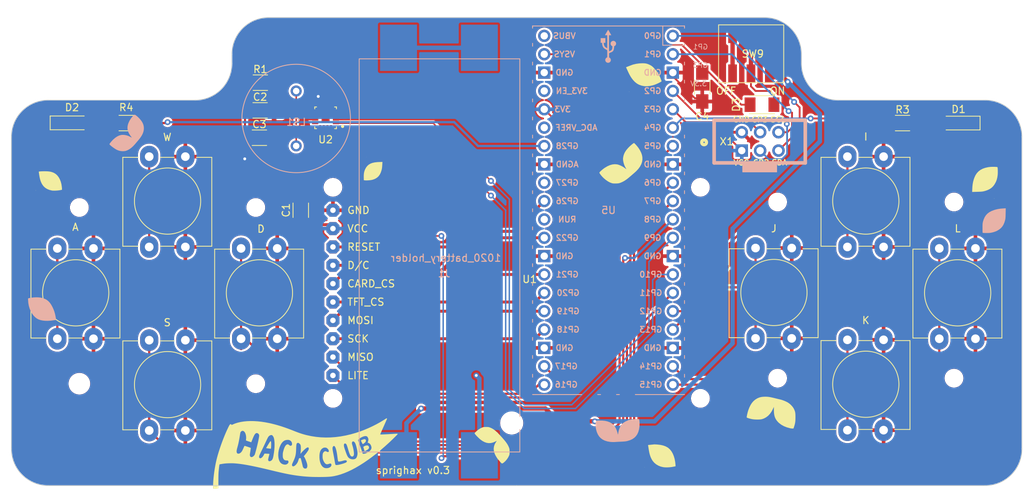
<source format=kicad_pcb>
(kicad_pcb (version 20221018) (generator pcbnew)
  (layers (0 "F.Cu" signal) (31 "B.Cu" signal) (34 "B.Paste" user) (35 "F.Paste" user) (36 "B.SilkS" user "B.Silkscreen") (37 "F.SilkS" user "F.Silkscreen") (38 "B.Mask" user) (39 "F.Mask" user) (44 "Edge.Cuts" user))
  (net 0 "")
  (net 1 "+3V3")
  (net 2 "GND")
  (net 3 "Net-(D3-K)")
  (net 4 "Net-(D1-A)")
  (net 5 "Net-(D2-A)")
  (net 6 "Net-(D3-A)")
  (net 7 "Net-(J1-Pin_2)")
  (net 8 "Net-(J1-Pin_4)")
  (net 9 "Net-(U2-OUTN)")
  (net 10 "Net-(U2-OUTP)")
  (net 11 "LED_R")
  (net 12 "BTN_W")
  (net 13 "BTN_A")
  (net 14 "BTN_S")
  (net 15 "BTN_D")
  (net 16 "BTN_I")
  (net 17 "BTN_J")
  (net 18 "BTN_K")
  (net 19 "BTN_L")
  (net 20 "Net-(U2-~{SD_MODE})")
  (net 21 "LITE")
  (net 22 "MISO")
  (net 23 "SCK")
  (net 24 "MOSI")
  (net 25 "TFT_CS")
  (net 26 "CARD_CS")
  (net 27 "D{slash}C")
  (net 28 "RESET")
  (net 29 "DIN")
  (net 30 "unconnected-(SW9-A-Pad1)")
  (net 31 "LRCLK")
  (net 32 "BCLK")
  (net 33 "LED_L")
  (net 38 "+5V")
  (net 40 "GPIO0")
  (net 41 "GPIO1")
  (net 42 "GPIO2")
  (net 43 "GPIO3")
  (footprint "Button_Switch_THT:SW_PUSH-12mm_Wuerth-430476085716" (layer "F.Cu") (at 114.3 104.14 90)
    (fp_text reference "SW4" hide)
    (fp_text value "D")
  )
  (footprint "fab:Diode_Schotky_100V_1A_Mini_SMA" (layer "F.Cu") (at 186.31 71.755)
    (fp_text reference "D3")
    (fp_text value "SD1206T020S1R0")
  )
  (footprint "local:QFN50P300X300X80-17N" (layer "F.Cu") (at 125.984 73.571 180)
    (fp_text reference "U2")
    (fp_text value "MAX98357AETE+")
  )
  (footprint "Button_Switch_THT:SW_PUSH-12mm_Wuerth-430476085716" (layer "F.Cu") (at 210.82 104.14 90)
    (fp_text reference "SW8" hide)
    (fp_text value "L")
  )
  (footprint "Button_Switch_THT:SW_PUSH-12mm_Wuerth-430476085716" (layer "F.Cu") (at 101.6 116.84 90)
    (fp_text reference "SW3" hide)
    (fp_text value "S")
  )
  (footprint "" (layer "F.Cu") (at 212.852 85.217)
    (fp_text reference "")
    (fp_text value "")
  )
  (footprint "graphics:hcflag" (layer "F.Cu") (at 123.19 120.015)
    (fp_text reference "G***" hide)
    (fp_text value "LOGO" hide)
  )
  (footprint "fab:C_1206" (layer "F.Cu") (at 116.935 72.5424)
    (fp_text reference "C2")
    (fp_text value "10uF")
  )
  (footprint "fab:C_1206" (layer "F.Cu") (at 122.555 86.36 90)
    (fp_text reference "C1")
    (fp_text value "1uF")
  )
  (footprint "" (layer "F.Cu") (at 91.948 110.363)
    (fp_text reference "")
    (fp_text value "")
  )
  (footprint "graphics:frontleaves" (layer "F.Cu") (at 152.4 93.98)
    (fp_text reference "G***" hide)
    (fp_text value "LOGO" hide)
  )
  (footprint "" (layer "F.Cu") (at 116.332 85.979)
    (fp_text reference "")
    (fp_text value "")
  )
  (footprint "fab:R_1206" (layer "F.Cu") (at 205.74 74.295)
    (fp_text reference "R3")
    (fp_text value "1k")
  )
  (footprint "" (layer "F.Cu") (at 188.468 109.601)
    (fp_text reference "")
    (fp_text value "")
  )
  (footprint "" (layer "F.Cu") (at 91.948 85.979)
    (fp_text reference "")
    (fp_text value "")
  )
  (footprint "Button_Switch_THT:SW_PUSH-12mm_Wuerth-430476085716" (layer "F.Cu") (at 198.12 91.44 90)
    (fp_text reference "SW5" hide)
    (fp_text value "I")
  )
  (footprint "fab:TFT_ST7735" (layer "F.Cu") (at 152.4 96.411051)
    (fp_text reference "U1")
    (fp_text value "Adafruit_TFT_ST7735")
  )
  (footprint "fab:R_1206" (layer "F.Cu") (at 116.967 68.707)
    (fp_text reference "R1")
    (fp_text value "1M")
  )
  (footprint "Button_Switch_THT:SW_PUSH-12mm_Wuerth-430476085716" (layer "F.Cu") (at 198.12 116.79 90)
    (fp_text reference "SW7" hide)
    (fp_text value "K")
  )
  (footprint "graphics:sprout_dino" (layer "F.Cu") (at 218.44 121.92)
    (fp_text reference "G***" hide)
    (fp_text value "LOGO" hide)
  )
  (footprint "Button_Switch_THT:SW_PUSH-12mm_Wuerth-430476085716" (layer "F.Cu") (at 101.6 91.44 90)
    (fp_text reference "SW1" hide)
    (fp_text value "W")
  )
  (footprint "" (layer "F.Cu") (at 116.332 110.363)
    (fp_text reference "")
    (fp_text value "")
  )
  (footprint "Button_Switch_THT:SW_PUSH-12mm_Wuerth-430476085716" (layer "F.Cu") (at 88.9 104.14 90)
    (fp_text reference "SW2" hide)
    (fp_text value "A")
  )
  (footprint "" (layer "F.Cu") (at 212.852 109.601)
    (fp_text reference "")
    (fp_text value "")
  )
  (footprint "fab:LED_1206" (layer "F.Cu") (at 91.0148 74.2696)
    (fp_text reference "D2")
    (fp_text value "L_LED")
  )
  (footprint "fab:C_1206" (layer "F.Cu") (at 116.84 76.327)
    (fp_text reference "C3")
    (fp_text value "0.1uF")
  )
  (footprint "fab:C_1206" (layer "F.Cu") (at 178.054 69.31 -90)
    (fp_text reference "C4")
    (fp_text value "1uF")
  )
  (footprint "slideSWSMD:slideswitchCK" (layer "F.Cu") (at 180.3146 60.706)
    (fp_text reference "SW9")
    (fp_text value "Slideswitch")
  )
  (footprint "fab:LED_1206" (layer "F.Cu") (at 213.36 74.295 180)
    (fp_text reference "D1")
    (fp_text value "R_LED")
  )
  (footprint "Button_Switch_THT:SW_PUSH-12mm_Wuerth-430476085716" (layer "F.Cu") (at 185.42 104.09 90)
    (fp_text reference "SW6" hide)
    (fp_text value "J")
  )
  (footprint "graphics:spriglogo" (layer "F.Cu") (at 137.16 66.675)
    (fp_text reference "G***" hide)
    (fp_text value "LOGO" hide)
  )
  (footprint "fab:R_1206" (layer "F.Cu") (at 98.425 74.295 180)
    (fp_text reference "R4")
    (fp_text value "1k")
  )
  (footprint "" (layer "F.Cu") (at 188.468 85.217)
    (fp_text reference "")
    (fp_text value "")
  )
  (footprint "Simple_Addon_v2:Simple_Addon_v2-BADGE-2x3" (layer "B.Cu") (at 185.995 76.855)
    (fp_text reference "X1")
    (fp_text value "Simple_Addon_v2")
  )
  (footprint "fab:CVS-1508" (layer "B.Cu") (at 121.92 73.66)
    (fp_text reference "LS1")
    (fp_text value "Speaker")
  )
  (footprint "graphics:happyhacking" (layer "B.Cu") (at 202 121.92 180)
    (fp_text reference "G***" hide)
    (fp_text value "LOGO" hide)
  )
  (footprint "footprints:usb" (layer "B.Cu") (at 165.1 63.5 180)
    (fp_text reference "Ref**" hide)
    (fp_text value "Val**" hide)
  )
  (footprint "local:1022" (layer "B.Cu") (at 143.51 94.2086 90)
    (fp_text reference "J1")
    (fp_text value "1020_battery_holder")
  )
  (footprint "graphics:backleaves" (layer "B.Cu") (at 152.908 91.948 180)
    (fp_text reference "G***" hide)
    (fp_text value "LOGO" hide)
  )
  (footprint "graphics:hackaf" (layer "B.Cu") (at 100 121.412 180)
    (fp_text reference "G***" hide)
    (fp_text value "LOGO" hide)
  )
  (footprint "graphics:oshlogo" (layer "B.Cu") (at 117 121.412 180)
    (fp_text reference "G***" hide)
    (fp_text value "LOGO" hide)
  )
  (footprint "fab:RPi_Pico_SMD_TH_mod" (layer "B.Cu") (at 165.1 86.36 180)
    (fp_text reference "U5")
    (fp_text value "Pico")
  )
  (gr_circle (center 178.308 76.962) (end 178.408 76.962) (stroke (width 0.45)) (fill none) (layer "F.SilkS"))
  (gr_line (start 196.850002 71.120002) (end 217.17 71.12) (stroke (width 0.1)) (layer "Edge.Cuts"))
  (gr_line (start 118.11 59.69) (end 152.4 59.69) (stroke (width 0.1)) (layer "Edge.Cuts"))
  (gr_line (start 186.69 59.69) (end 152.4 59.69) (stroke (width 0.1)) (layer "Edge.Cuts"))
  (gr_arc (start 87.63 124.46) (mid 84.037898 122.972102) (end 82.55 119.38) (stroke (width 0.1)) (layer "Edge.Cuts"))
  (gr_line (start 87.63 71.12) (end 107.950002 71.120002) (stroke (width 0.1)) (layer "Edge.Cuts"))
  (gr_line (start 152.4 124.46) (end 217.17 124.46) (stroke (width 0.1)) (layer "Edge.Cuts"))
  (gr_line (start 222.25 119.38) (end 222.25 76.2) (stroke (width 0.1)) (layer "Edge.Cuts"))
  (gr_line (start 191.77 64.77) (end 191.770002 66.040002) (stroke (width 0.1)) (layer "Edge.Cuts"))
  (gr_arc (start 222.25 119.38) (mid 220.762102 122.972102) (end 217.17 124.46) (stroke (width 0.1)) (layer "Edge.Cuts"))
  (gr_line (start 113.03 64.77) (end 113.030002 66.040002) (stroke (width 0.1)) (layer "Edge.Cuts"))
  (gr_arc (start 113.030002 66.040002) (mid 111.542104 69.632104) (end 107.950002 71.120002) (stroke (width 0.1)) (layer "Edge.Cuts"))
  (gr_arc (start 186.69 59.69) (mid 190.282102 61.177898) (end 191.77 64.77) (stroke (width 0.1)) (layer "Edge.Cuts"))
  (gr_arc (start 196.850002 71.120002) (mid 193.2579 69.632104) (end 191.770002 66.040002) (stroke (width 0.1)) (layer "Edge.Cuts"))
  (gr_arc (start 217.17 71.12) (mid 220.762102 72.607898) (end 222.25 76.2) (stroke (width 0.1)) (layer "Edge.Cuts"))
  (gr_line (start 82.55 76.2) (end 82.55 119.38) (stroke (width 0.1)) (layer "Edge.Cuts"))
  (gr_arc (start 82.55 76.2) (mid 84.037898 72.607898) (end 87.63 71.12) (stroke (width 0.1)) (layer "Edge.Cuts"))
  (gr_arc (start 113.03 64.77) (mid 114.517898 61.177898) (end 118.11 59.69) (stroke (width 0.1)) (layer "Edge.Cuts"))
  (gr_line (start 152.4 124.46) (end 87.63 124.46) (stroke (width 0.1)) (layer "Edge.Cuts"))
  (gr_text "3.3V" (at 177.546 68.834) (layer "B.SilkS") (effects (font (size 0.7 0.7) (thickness 0.1)) (justify mirror)))
  (gr_text "GP3" (at 177.8 66.294) (layer "B.SilkS") (effects (font (size 0.7 0.7) (thickness 0.1)) (justify mirror)))
  (gr_text "GP1" (at 177.8 63.754) (layer "B.SilkS") (effects (font (size 0.7 0.7) (thickness 0.1)) (justify mirror)))
  (gr_text "OFF\n" (at 181.356 69.85) (layer "F.SilkS") (effects (font (size 1 1))))
  (gr_text "sprighax v0.3" (at 132.842 122.936) (layer "F.SilkS") (effects (font (size 1 1)) (justify left bottom)))
  (gr_text "ON\n" (at 188.468 69.85) (layer "F.SilkS") (effects (font (size 1 1))))
  (segment (start 160.02 76.2) (end 156.21 72.39) (width 0.25) (layer "F.Cu") (net 1))
  (segment (start 125.234 72.136) (end 125.476 72.136) (width 0.3) (layer "F.Cu") (net 1))
  (segment (start 114.84 72.6374) (end 114.935 72.5424) (width 0.3) (layer "F.Cu") (net 1))
  (segment (start 122.555 88.36) (end 126.46 88.36) (width 0.4) (layer "F.Cu") (net 1))
  (segment (start 125.476 72.136) (end 124.968 71.628) (width 0.3) (layer "F.Cu") (net 1))
  (segment (start 125.476 72.136) (end 125.734 72.136) (width 0.3) (layer "F.Cu") (net 1))
  (segment (start 124.968 71.628) (end 124.968 70.612) (width 0.3) (layer "F.Cu") (net 1))
  (segment (start 114.935 69.2912) (end 114.935 72.5424) (width 0.3) (layer "F.Cu") (net 1))
  (segment (start 181.61 76.2) (end 160.02 76.2) (width 0.25) (layer "F.Cu") (net 1))
  (segment (start 183.515 78.105) (end 181.61 76.2) (width 0.25) (layer "F.Cu") (net 1))
  (segment (start 126.46 88.36) (end 127 88.9) (width 0.4) (layer "F.Cu") (net 1))
  (segment (start 114.84 76.2) (end 114.84 72.6374) (width 0.3) (layer "F.Cu") (net 1))
  (segment (start 114.84 76.2) (end 114.84 79.216) (width 0.3) (layer "F.Cu") (net 1))
  (segment (start 114.84 79.216) (end 114.808 79.248) (width 0.3) (layer "F.Cu") (net 1))
  (via (at 124.968 70.612) (size 0.8) (drill 0.4) (layers "F.Cu" "B.Cu") (net 1))
  (via (at 114.808 79.248) (size 0.8) (drill 0.4) (layers "F.Cu" "B.Cu") (net 1))
  (segment (start 126.234 75.006) (end 126.234 76.474757) (width 0.2) (layer "F.Cu") (net 2))
  (segment (start 181.483 75.565) (end 181.102 75.184) (width 0.4) (layer "F.Cu") (net 2))
  (segment (start 118.84 76.2) (end 118.84 72.6374) (width 0.6) (layer "F.Cu") (net 2))
  (segment (start 183.515 75.565) (end 181.483 75.565) (width 0.4) (layer "F.Cu") (net 2))
  (segment (start 124.549 73.821) (end 123.283 73.821) (width 0.2) (layer "F.Cu") (net 2))
  (segment (start 173.99 67.818) (end 173.99 67.31) (width 0.25) (layer "F.Cu") (net 2))
  (segment (start 177.038 70.866) (end 173.99 67.818) (width 0.25) (layer "F.Cu") (net 2))
  (segment (start 127.419 73.821) (end 128.871 73.821) (width 0.2) (layer "F.Cu") (net 2))
  (segment (start 127.419 73.321) (end 127.419 73.821) (width 0.2) (layer "F.Cu") (net 2))
  (segment (start 177.546 70.866) (end 177.038 70.866) (width 0.25) (layer "F.Cu") (net 2))
  (segment (start 118.84 72.6374) (end 118.935 72.5424) (width 0.6) (layer "F.Cu") (net 2))
  (segment (start 123.283 73.821) (end 122.936 74.168) (width 0.2) (layer "F.Cu") (net 2))
  (via (at 146.812 109.22) (size 0.8) (drill 0.4) (layers "F.Cu" "B.Cu") (net 2))
  (segment (start 147.244 109.652) (end 146.812 109.22) (width 0.6) (layer "B.Cu") (net 2))
  (segment (start 147.244 120.269) (end 147.244 109.652) (width 0.6) (layer "B.Cu") (net 2))
  (segment (start 173.355 63.5) (end 175.26 63.5) (width 0.25) (layer "F.Cu") (net 3))
  (segment (start 178.054 66.358) (end 183.451 71.755) (width 0.25) (layer "F.Cu") (net 3))
  (segment (start 156.21 64.77) (end 172.085 64.77) (width 0.25) (layer "F.Cu") (net 3))
  (segment (start 178.054 66.294) (end 175.26 63.5) (width 0.25) (layer "F.Cu") (net 3))
  (segment (start 172.085 64.77) (end 173.355 63.5) (width 0.25) (layer "F.Cu") (net 3))
  (segment (start 178.054 66.358) (end 178.054 66.294) (width 0.25) (layer "F.Cu") (net 3))
  (segment (start 183.451 71.755) (end 184.66 71.755) (width 0.25) (layer "F.Cu") (net 3))
  (segment (start 207.74 74.295) (end 211.36 74.295) (width 0.3) (layer "F.Cu") (net 4))
  (segment (start 96.425 74.295) (end 93.0402 74.295) (width 0.3) (layer "F.Cu") (net 5))
  (segment (start 93.0402 74.295) (end 93.0148 74.2696) (width 0.3) (layer "F.Cu") (net 5))
  (segment (start 185.42 69.85) (end 184.785 69.215) (width 0.25) (layer "F.Cu") (net 6))
  (segment (start 187.96 71.755) (end 187.96 70.485) (width 0.25) (layer "F.Cu") (net 6))
  (segment (start 187.325 69.85) (end 185.42 69.85) (width 0.25) (layer "F.Cu") (net 6))
  (segment (start 184.785 62.484) (end 184.785 67.945) (width 0.6) (layer "F.Cu") (net 6))
  (segment (start 187.96 70.485) (end 187.325 69.85) (width 0.25) (layer "F.Cu") (net 6))
  (segment (start 184.785 69.215) (end 184.785 67.945) (width 0.25) (layer "F.Cu") (net 6))
  (segment (start 136.068 63.881) (end 147.244 63.881) (width 0.6) (layer "B.Cu") (net 7))
  (segment (start 189.23 67.945) (end 189.865 68.58) (width 0.6) (layer "F.Cu") (net 8))
  (segment (start 163.195 115.57) (end 158.145238 115.57) (width 0.6) (layer "F.Cu") (net 8))
  (segment (start 187.325 67.945) (end 187.325 62.484) (width 0.6) (layer "F.Cu") (net 8))
  (segment (start 156.367238 113.792) (end 139.192 113.792) (width 0.6) (layer "F.Cu") (net 8))
  (segment (start 158.145238 115.57) (end 156.367238 113.792) (width 0.6) (layer "F.Cu") (net 8))
  (segment (start 187.325 67.945) (end 189.23 67.945) (width 0.6) (layer "F.Cu") (net 8))
  (via (at 139.192 113.792) (size 0.8) (drill 0.4) (layers "F.Cu" "B.Cu") (net 8))
  (via (at 189.865 68.58) (size 0.8) (drill 0.4) (layers "F.Cu" "B.Cu") (net 8))
  (via (at 163.195 115.57) (size 0.8) (drill 0.4) (layers "F.Cu" "B.Cu") (net 8))
  (segment (start 139.192 113.792) (end 137.16 115.824) (width 0.6) (layer "B.Cu") (net 8))
  (segment (start 194.31 73.025) (end 189.865 68.58) (width 0.6) (layer "B.Cu") (net 8))
  (segment (start 137.16 119.177) (end 136.068 120.269) (width 0.6) (layer "B.Cu") (net 8))
  (segment (start 182.245 104.775) (end 182.245 88.9) (width 0.6) (layer "B.Cu") (net 8))
  (segment (start 171.45 115.57) (end 182.245 104.775) (width 0.6) (layer "B.Cu") (net 8))
  (segment (start 189.865 68.58) (end 189.865 69.215) (width 0.6) (layer "B.Cu") (net 8))
  (segment (start 163.195 115.57) (end 171.45 115.57) (width 0.6) (layer "B.Cu") (net 8))
  (segment (start 194.31 76.835) (end 194.31 73.025) (width 0.6) (layer "B.Cu") (net 8))
  (segment (start 137.16 115.824) (end 137.16 119.177) (width 0.6) (layer "B.Cu") (net 8))
  (segment (start 182.245 88.9) (end 194.31 76.835) (width 0.6) (layer "B.Cu") (net 8))
  (segment (start 121.92 73.66) (end 121.92 77.46) (width 0.2) (layer "F.Cu") (net 9))
  (segment (start 122.259 73.321) (end 121.92 73.66) (width 0.2) (layer "F.Cu") (net 9))
  (segment (start 124.549 73.321) (end 122.259 73.321) (width 0.2) (layer "F.Cu") (net 9))
  (segment (start 122.605 72.821) (end 121.92 72.136) (width 0.2) (layer "F.Cu") (net 10))
  (segment (start 121.92 72.136) (end 121.92 69.86) (width 0.2) (layer "F.Cu") (net 10))
  (segment (start 124.549 72.821) (end 122.605 72.821) (width 0.2) (layer "F.Cu") (net 10))
  (segment (start 193.04 73.66) (end 200.66 73.66) (width 0.25) (layer "F.Cu") (net 11))
  (segment (start 203.105 73.66) (end 203.74 74.295) (width 0.25) (layer "F.Cu") (net 11))
  (segment (start 201.295 74.295) (end 203.74 74.295) (width 0.25) (layer "F.Cu") (net 11))
  (segment (start 200.66 73.66) (end 201.295 74.295) (width 0.25) (layer "F.Cu") (net 11))
  (via (at 193.04 73.66) (size 0.8) (drill 0.4) (layers "F.Cu" "B.Cu") (net 11))
  (segment (start 193.04 73.66) (end 175.26 73.66) (width 0.25) (layer "B.Cu") (net 11))
  (segment (start 175.26 73.66) (end 173.99 74.93) (width 0.25) (layer "B.Cu") (net 11))
  (segment (start 166.624 115.824) (end 164.084 118.364) (width 0.3) (layer "F.Cu") (net 12))
  (segment (start 173.99 77.47) (end 166.624 84.836) (width 0.3) (layer "F.Cu") (net 12))
  (segment (start 116.332 104.830572) (end 116.332 90.424) (width 0.3) (layer "F.Cu") (net 12))
  (segment (start 112.776 86.868) (end 101.6 86.868) (width 0.3) (layer "F.Cu") (net 12))
  (segment (start 166.624 84.836) (end 166.624 115.824) (width 0.3) (layer "F.Cu") (net 12))
  (segment (start 101.6 78.94) (end 101.6 86.868) (width 0.3) (layer "F.Cu") (net 12))
  (segment (start 164.084 118.364) (end 127.960428 118.364) (width 0.3) (layer "F.Cu") (net 12))
  (segment (start 116.332 90.424) (end 112.776 86.868) (width 0.3) (layer "F.Cu") (net 12))
  (segment (start 120.51452 109.013093) (end 116.332 104.830572) (width 0.3) (layer "F.Cu") (net 12))
  (segment (start 101.6 86.868) (end 101.6 91.44) (width 0.3) (layer "F.Cu") (net 12))
  (segment (start 127.960428 118.364) (end 120.51452 110.918092) (width 0.3) (layer "F.Cu") (net 12))
  (segment (start 120.51452 110.918092) (end 120.51452 109.013093) (width 0.3) (layer "F.Cu") (net 12))
  (segment (start 164.608978 119.363022) (end 113.267022 119.363022) (width 0.3) (layer "F.Cu") (net 13))
  (segment (start 88.9 91.64) (end 88.9 104.14) (width 0.3) (layer "F.Cu") (net 13))
  (segment (start 167.64 93.757456) (end 167.64 116.332) (width 0.3) (layer "F.Cu") (net 13))
  (segment (start 113.267022 119.363022) (end 104.14 110.236) (width 0.3) (layer "F.Cu") (net 13))
  (segment (start 88.9 99.06) (end 102.616 99.06) (width 0.3) (layer "F.Cu") (net 13))
  (segment (start 173.99 82.55) (end 168.123001 88.416999) (width 0.3) (layer "F.Cu") (net 13))
  (segment (start 88.9 91.64) (end 88.9 99.06) (width 0.3) (layer "F.Cu") (net 13))
  (segment (start 102.616 99.06) (end 104.14 100.584) (width 0.3) (layer "F.Cu") (net 13))
  (segment (start 168.123001 88.416999) (end 168.123001 93.274455) (width 0.3) (layer "F.Cu") (net 13))
  (segment (start 104.14 110.236) (end 104.14 100.584) (width 0.3) (layer "F.Cu") (net 13))
  (segment (start 167.64 116.332) (end 164.608978 119.363022) (width 0.3) (layer "F.Cu") (net 13))
  (segment (start 88.9 99.06) (end 88.9 100.076) (width 0.3) (layer "F.Cu") (net 13))
  (segment (start 168.123001 93.274455) (end 167.64 93.757456) (width 0.3) (layer "F.Cu") (net 13))
  (segment (start 173.99 85.09) (end 168.622512 90.457488) (width 0.3) (layer "F.Cu") (net 14))
  (segment (start 168.622512 93.48136) (end 168.139511 93.96436) (width 0.3) (layer "F.Cu") (net 14))
  (segment (start 101.6 104.34) (end 101.6 116.84) (width 0.3) (layer "F.Cu") (net 14))
  (segment (start 168.622512 90.457488) (end 168.622512 93.48136) (width 0.3) (layer "F.Cu") (net 14))
  (segment (start 168.139511 116.538905) (end 164.798905 119.879511) (width 0.3) (layer "F.Cu") (net 14))
  (segment (start 164.798905 119.879511) (end 104.639511 119.879511) (width 0.3) (layer "F.Cu") (net 14))
  (segment (start 101.6 111.76) (end 101.6 116.84) (width 0.3) (layer "F.Cu") (net 14))
  (segment (start 168.139511 93.96436) (end 168.139511 116.538905) (width 0.3) (layer "F.Cu") (net 14))
  (segment (start 104.639511 119.879511) (end 101.6 116.84) (width 0.3) (layer "F.Cu") (net 14))
  (segment (start 114.935 104.14) (end 114.3 104.14) (width 0.3) (layer "F.Cu") (net 15))
  (segment (start 114.3 91.64) (end 114.3 104.14) (width 0.3) (layer "F.Cu") (net 15))
  (segment (start 167.3735 92.964) (end 167.132 93.2055) (width 0.3) (layer "F.Cu") (net 15))
  (segment (start 164.290905 118.863511) (end 127.753511 118.863511) (width 0.3) (layer "F.Cu") (net 15))
  (segment (start 114.3 105.588381) (end 114.3 104.14) (width 0.3) (layer "F.Cu") (net 15))
  (segment (start 127.753511 118.863511) (end 120.015 111.125) (width 0.3) (layer "F.Cu") (net 15))
  (segment (start 167.132 116.022416) (end 164.290905 118.863511) (width 0.3) (layer "F.Cu") (net 15))
  (segment (start 167.132 93.2055) (end 167.132 116.022416) (width 0.3) (layer "F.Cu") (net 15))
  (segment (start 120.015 111.125) (end 120.015 109.22) (width 0.3) (layer "F.Cu") (net 15))
  (segment (start 120.015 109.22) (end 114.935 104.14) (width 0.3) (layer "F.Cu") (net 15))
  (via (at 167.3735 92.964) (size 0.8) (drill 0.4) (layers "F.Cu" "B.Cu") (net 15))
  (segment (start 173.99 87.63) (end 168.656 92.964) (width 0.3) (layer "B.Cu") (net 15))
  (segment (start 168.656 92.964) (end 167.3735 92.964) (width 0.3) (layer "B.Cu") (net 15))
  (segment (start 198.12 84.836) (end 198.12 78.94) (width 0.3) (layer "F.Cu") (net 16))
  (segment (start 181.864 93.98) (end 181.864 90.932) (width 0.3) (layer "F.Cu") (net 16))
  (segment (start 175.514 100.33) (end 181.864 93.98) (width 0.3) (layer "F.Cu") (net 16))
  (segment (start 181.864 90.932) (end 184.912 87.884) (width 0.3) (layer "F.Cu") (net 16))
  (segment (start 198.12 87.884) (end 198.12 84.836) (width 0.3) (layer "F.Cu") (net 16))
  (segment (start 184.912 87.884) (end 198.12 87.884) (width 0.3) (layer "F.Cu") (net 16))
  (segment (start 173.99 100.33) (end 175.514 100.33) (width 0.3) (layer "F.Cu") (net 16))
  (segment (start 198.12 91.44) (end 198.12 87.884) (width 0.3) (layer "F.Cu") (net 16))
  (segment (start 185.42 91.59) (end 185.42 104.09) (width 0.3) (layer "F.Cu") (net 17))
  (segment (start 179.832 97.028) (end 185.42 97.028) (width 0.3) (layer "F.Cu") (net 17))
  (segment (start 173.99 102.87) (end 179.832 97.028) (width 0.3) (layer "F.Cu") (net 17))
  (segment (start 185.42 97.028) (end 185.42 104.09) (width 0.3) (layer "F.Cu") (net 17))
  (segment (start 198.12 112.776) (end 185.42 112.776) (width 0.3) (layer "F.Cu") (net 18))
  (segment (start 182.372 109.728) (end 175.768 109.728) (width 0.3) (layer "F.Cu") (net 18))
  (segment (start 198.12 112.776) (end 198.12 116.79) (width 0.3) (layer "F.Cu") (net 18))
  (segment (start 198.12 108.204) (end 198.12 112.776) (width 0.3) (layer "F.Cu") (net 18))
  (segment (start 185.42 112.776) (end 182.372 109.728) (width 0.3) (layer "F.Cu") (net 18))
  (segment (start 198.12 104.29) (end 198.12 108.204) (width 0.3) (layer "F.Cu") (net 18))
  (segment (start 175.768 109.728) (end 173.99 107.95) (width 0.3) (layer "F.Cu") (net 18))
  (segment (start 210.82 106.045) (end 210.82 104.14) (width 0.3) (layer "F.Cu") (net 19))
  (segment (start 182.118 110.49) (end 191.516 119.888) (width 0.3) (layer "F.Cu") (net 19))
  (segment (start 210.82 91.64) (end 210.82 104.14) (width 0.3) (layer "F.Cu") (net 19))
  (segment (start 173.99 110.49) (end 182.118 110.49) (width 0.3) (layer "F.Cu") (net 19))
  (segment (start 191.516 119.888) (end 203.962 119.888) (width 0.3) (layer "F.Cu") (net 19))
  (segment (start 208.915 107.95) (end 210.82 106.045) (width 0.3) (layer "F.Cu") (net 19))
  (segment (start 203.962 119.888) (end 208.915 114.935) (width 0.3) (layer "F.Cu") (net 19))
  (segment (start 208.915 114.935) (end 208.915 107.95) (width 0.3) (layer "F.Cu") (net 19))
  (segment (start 128.347 72.821) (end 128.524 72.644) (width 0.2) (layer "F.Cu") (net 20))
  (segment (start 119.634 68.326) (end 118.935 69.025) (width 0.2) (layer "F.Cu") (net 20))
  (segment (start 127.419 72.821) (end 128.347 72.821) (width 0.2) (layer "F.Cu") (net 20))
  (segment (start 128.524 72.644) (end 128.524 71.374) (width 0.2) (layer "F.Cu") (net 20))
  (segment (start 118.935 69.025) (end 118.935 69.2912) (width 0.2) (layer "F.Cu") (net 20))
  (segment (start 128.524 71.374) (end 125.476 68.326) (width 0.2) (layer "F.Cu") (net 20))
  (segment (start 125.476 68.326) (end 119.634 68.326) (width 0.2) (layer "F.Cu") (net 20))
  (segment (start 157.988 109.728) (end 156.21 107.95) (width 0.3) (layer "F.Cu") (net 21))
  (segment (start 130.048 112.268) (end 156.972 112.268) (width 0.3) (layer "F.Cu") (net 21))
  (segment (start 156.972 112.268) (end 157.988 111.252) (width 0.3) (layer "F.Cu") (net 21))
  (segment (start 130.048 112.268) (end 127 109.22) (width 0.3) (layer "F.Cu") (net 21))
  (segment (start 157.988 111.252) (end 157.988 109.728) (width 0.3) (layer "F.Cu") (net 21))
  (segment (start 154.178 111.76) (end 130.710051 111.76) (width 0.3) (layer "F.Cu") (net 22))
  (segment (start 130.710051 111.76) (end 129.54 110.589949) (width 0.3) (layer "F.Cu") (net 22))
  (segment (start 129.54 110.589949) (end 129.54 109.22) (width 0.3) (layer "F.Cu") (net 22))
  (segment (start 156.21 110.49) (end 155.448 110.49) (width 0.3) (layer "F.Cu") (net 22))
  (segment (start 129.54 109.22) (end 127 106.68) (width 0.3) (layer "F.Cu") (net 22))
  (segment (start 155.448 110.49) (end 154.178 111.76) (width 0.3) (layer "F.Cu") (net 22))
  (segment (start 156.21 102.87) (end 154.94 104.14) (width 0.4) (layer "F.Cu") (net 23))
  (segment (start 154.94 104.14) (end 127 104.14) (width 0.4) (layer "F.Cu") (net 23))
  (segment (start 128.27 100.33) (end 127 101.6) (width 0.4) (layer "F.Cu") (net 24))
  (segment (start 156.21 100.33) (end 128.27 100.33) (width 0.4) (layer "F.Cu") (net 24))
  (segment (start 154.94 99.06) (end 156.21 97.79) (width 0.4) (layer "F.Cu") (net 25))
  (segment (start 127 99.06) (end 154.94 99.06) (width 0.4) (layer "F.Cu") (net 25))
  (segment (start 128.27 95.25) (end 127 96.52) (width 0.4) (layer "F.Cu") (net 26))
  (segment (start 156.21 95.25) (end 128.27 95.25) (width 0.4) (layer "F.Cu") (net 26))
  (segment (start 145.542 90.17) (end 156.21 90.17) (width 0.4) (layer "F.Cu") (net 27))
  (segment (start 141.732 93.98) (end 145.542 90.17) (width 0.4) (layer "F.Cu") (net 27))
  (segment (start 127 93.98) (end 141.732 93.98) (width 0.4) (layer "F.Cu") (net 27))
  (segment (start 143.002 91.44) (end 145.161 89.281) (width 0.4) (layer "F.Cu") (net 28))
  (segment (start 155.702 85.09) (end 156.21 85.09) (width 0.3) (layer "F.Cu") (net 28))
  (segment (start 127 91.44) (end 143.002 91.44) (width 0.4) (layer "F.Cu") (net 28))
  (segment (start 152.019 89.281) (end 156.21 85.09) (width 0.4) (layer "F.Cu") (net 28))
  (segment (start 145.161 89.281) (end 152.019 89.281) (width 0.4) (layer "F.Cu") (net 28))
  (segment (start 127.419 74.321) (end 140.869 74.321) (width 0.2) (layer "F.Cu") (net 29))
  (segment (start 140.869 74.321) (end 148.844 82.296) (width 0.2) (layer "F.Cu") (net 29))
  (via (at 148.844 82.296) (size 0.8) (drill 0.4) (layers "F.Cu" "B.Cu") (net 29))
  (segment (start 148.844 82.296) (end 151.384 84.836) (width 0.2) (layer "B.Cu") (net 29))
  (segment (start 160.02 113.284) (end 170.688 102.616) (width 0.2) (layer "B.Cu") (net 29))
  (segment (start 151.384 84.836) (end 151.384 111.195006) (width 0.2) (layer "B.Cu") (net 29))
  (segment (start 170.688 93.472) (end 173.99 90.17) (width 0.2) (layer "B.Cu") (net 29))
  (segment (start 170.688 102.616) (end 170.688 93.472) (width 0.2) (layer "B.Cu") (net 29))
  (segment (start 151.384 111.195006) (end 153.472994 113.284) (width 0.2) (layer "B.Cu") (net 29))
  (segment (start 153.472994 113.284) (end 160.02 113.284) (width 0.2) (layer "B.Cu") (net 29))
  (segment (start 182.245 67.945) (end 182.245 62.484) (width 0.6) (layer "F.Cu") (net 30))
  (segment (start 137.668 89.916) (end 141.986 89.916) (width 0.2) (layer "F.Cu") (net 31))
  (segment (start 173.99 97.79) (end 168.639022 103.140978) (width 0.3) (layer "F.Cu") (net 31))
  (segment (start 164.988832 120.396) (end 142.274477 120.396) (width 0.3) (layer "F.Cu") (net 31))
  (segment (start 125.734 77.982) (end 137.668 89.916) (width 0.2) (layer "F.Cu") (net 31))
  (segment (start 168.639022 103.140978) (end 168.639022 116.74581) (width 0.3) (layer "F.Cu") (net 31))
  (segment (start 142.274477 120.396) (end 142.007977 120.6625) (width 0.3) (layer "F.Cu") (net 31))
  (segment (start 125.734 75.006) (end 125.734 77.982) (width 0.2) (layer "F.Cu") (net 31))
  (segment (start 142.165521 120.820044) (end 142.007977 120.6625) (width 0.2) (layer "F.Cu") (net 31))
  (segment (start 168.639022 116.74581) (end 164.988832 120.396) (width 0.3) (layer "F.Cu") (net 31))
  (via (at 142.007977 120.6625) (size 0.8) (drill 0.4) (layers "F.Cu" "B.Cu") (net 31))
  (via (at 141.986 89.916) (size 0.8) (drill 0.4) (layers "F.Cu" "B.Cu") (net 31))
  (segment (start 142.007977 120.6625) (end 142.24 120.430477) (width 0.2) (layer "B.Cu") (net 31))
  (segment (start 142.24 90.17) (end 141.986 89.916) (width 0.2) (layer "B.Cu") (net 31))
  (segment (start 142.24 120.430477) (end 142.24 90.17) (width 0.2) (layer "B.Cu") (net 31))
  (segment (start 126.734 75.934) (end 127 76.2) (width 0.2) (layer "F.Cu") (net 32))
  (segment (start 126.734 75.006) (end 126.734 75.934) (width 0.2) (layer "F.Cu") (net 32))
  (segment (start 127 76.2) (end 140.716 76.2) (width 0.2) (layer "F.Cu") (net 32))
  (segment (start 140.716 76.2) (end 148.844 84.328) (width 0.2) (layer "F.Cu") (net 32))
  (via (at 148.844 84.328) (size 0.8) (drill 0.4) (layers "F.Cu" "B.Cu") (net 32))
  (segment (start 171.196 96.012) (end 171.958 95.25) (width 0.2) (layer "B.Cu") (net 32))
  (segment (start 150.876 86.36) (end 150.876 111.252) (width 0.2) (layer "B.Cu") (net 32))
  (segment (start 171.958 95.25) (end 173.99 95.25) (width 0.2) (layer "B.Cu") (net 32))
  (segment (start 148.844 84.328) (end 150.876 86.36) (width 0.2) (layer "B.Cu") (net 32))
  (segment (start 160.528 113.792) (end 171.196 103.124) (width 0.2) (layer "B.Cu") (net 32))
  (segment (start 150.876 111.252) (end 153.416 113.792) (width 0.2) (layer "B.Cu") (net 32))
  (segment (start 153.416 113.792) (end 160.528 113.792) (width 0.2) (layer "B.Cu") (net 32))
  (segment (start 171.196 103.124) (end 171.196 96.012) (width 0.2) (layer "B.Cu") (net 32))
  (segment (start 104.013 74.295) (end 104.14 74.168) (width 0.3) (layer "F.Cu") (net 33))
  (segment (start 100.425 74.295) (end 104.013 74.295) (width 0.3) (layer "F.Cu") (net 33))
  (via (at 104.14 74.168) (size 0.8) (drill 0.4) (layers "F.Cu" "B.Cu") (net 33))
  (segment (start 143.764 74.168) (end 104.14 74.168) (width 0.3) (layer "B.Cu") (net 33))
  (segment (start 147.066 77.47) (end 143.764 74.168) (width 0.3) (layer "B.Cu") (net 33))
  (segment (start 156.21 77.47) (end 147.066 77.47) (width 0.3) (layer "B.Cu") (net 33))
  (segment (start 191.516 75.184) (end 188.595 78.105) (width 0.25) (layer "F.Cu") (net 40))
  (segment (start 190.754 71.374) (end 191.516 72.136) (width 0.25) (layer "F.Cu") (net 40))
  (segment (start 191.516 72.136) (end 191.516 75.184) (width 0.25) (layer "F.Cu") (net 40))
  (via (at 190.754 71.374) (size 0.8) (drill 0.4) (layers "F.Cu" "B.Cu") (net 40))
  (segment (start 181.61 62.23) (end 173.99 62.23) (width 0.25) (layer "B.Cu") (net 40))
  (segment (start 190.754 71.374) (end 181.61 62.23) (width 0.25) (layer "B.Cu") (net 40))
  (segment (start 190.463 74.918314) (end 190.463 72.861) (width 0.25) (layer "F.Cu") (net 41))
  (segment (start 189.992 72.644) (end 190.246 72.644) (width 0.25) (layer "F.Cu") (net 41))
  (segment (start 190.463 72.861) (end 189.992 72.644) (width 0.25) (layer "F.Cu") (net 41))
  (segment (start 189.816314 75.565) (end 190.463 74.918314) (width 0.25) (layer "F.Cu") (net 41))
  (segment (start 188.595 75.565) (end 189.816314 75.565) (width 0.25) (layer "F.Cu") (net 41))
  (via (at 189.992 72.644) (size 0.8) (drill 0.4) (layers "F.Cu" "B.Cu") (net 41))
  (segment (start 189.992 72.644) (end 182.118 64.77) (width 0.25) (layer "B.Cu") (net 41))
  (segment (start 182.118 64.77) (end 173.99 64.77) (width 0.25) (layer "B.Cu") (net 41))
  (segment (start 188.976 73.66) (end 189.738 74.422) (width 0.25) (layer "F.Cu") (net 42))
  (segment (start 177.8 73.66) (end 173.99 69.85) (width 0.25) (layer "F.Cu") (net 42))
  (segment (start 177.8 73.66) (end 188.976 73.66) (width 0.25) (layer "F.Cu") (net 42))
  (via (at 189.738 74.422) (size 0.8) (drill 0.4) (layers "F.Cu" "B.Cu") (net 42))
  (segment (start 189.7836 78.597335) (end 189.087335 79.2936) (width 0.25) (layer "B.Cu") (net 42))
  (segment (start 189.7836 74.4676) (end 189.7836 78.597335) (width 0.25) (layer "B.Cu") (net 42))
  (segment (start 189.087335 79.2936) (end 187.2436 79.2936) (width 0.25) (layer "B.Cu") (net 42))
  (segment (start 189.738 74.422) (end 189.7836 74.4676) (width 0.25) (layer "B.Cu") (net 42))
  (segment (start 187.2436 79.2936) (end 186.055 78.105) (width 0.25) (layer "B.Cu") (net 42))
  (segment (start 184.658 74.168) (end 186.055 75.565) (width 0.25) (layer "F.Cu") (net 43))
  (segment (start 173.99 72.39) (end 175.768 74.168) (width 0.25) (layer "F.Cu") (net 43))
  (segment (start 175.768 74.168) (end 184.658 74.168) (width 0.25) (layer "F.Cu") (net 43))
  (zone (net 2) (net_name "GND") (layer "F.Cu") (connect_pads (clearance 0.3)) (min_thickness 0.254) (fill yes (thermal_gap 0.508) (thermal_bridge_width 0.508))
    (polygon (pts (xy 222.504 124.46) (xy 82.296 124.714) (xy 82.296 59.436) (xy 222.504 59.436)))
  )
  (zone (net 1) (net_name "+3V3") (layer "B.Cu") (connect_pads (clearance 0.3)) (min_thickness 0.254) (fill yes (thermal_gap 0.508) (thermal_bridge_width 0.508))
    (polygon (pts (xy 222.504 124.46) (xy 82.296 124.714) (xy 82.296 58.928) (xy 222.504 58.928)))
  )
)
</source>
